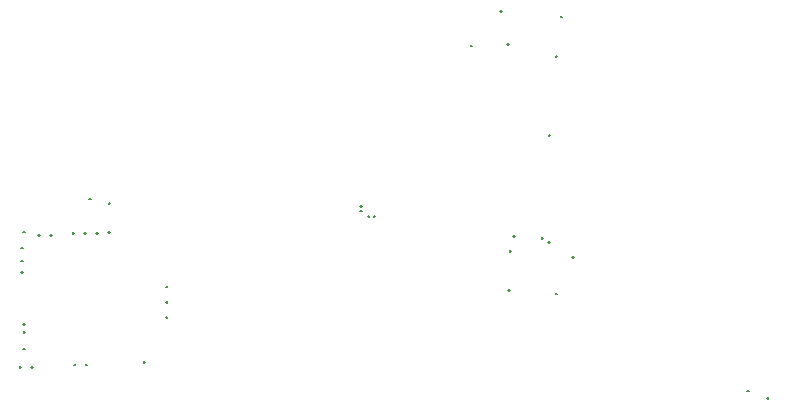
<source format=gbr>
%TF.GenerationSoftware,Altium Limited,Altium Designer,22.6.1 (34)*%
G04 Layer_Color=128*
%FSLAX45Y45*%
%MOMM*%
%TF.SameCoordinates,07F994AE-BB1C-4BEA-A643-928B9DFDCC76*%
%TF.FilePolarity,Positive*%
%TF.FileFunction,Drillmap*%
%TF.Part,Single*%
G01*
G75*
%TA.AperFunction,NonConductor*%
%ADD191C,0.12700*%
D191*
X4121250Y2424375D02*
X4133750D01*
X4127500Y2418125D02*
Y2430625D01*
X4072500Y2424375D02*
X4085000D01*
X4078750Y2418125D02*
Y2430625D01*
X4007500Y2473125D02*
X4020000D01*
X4013750Y2466875D02*
Y2479375D01*
X4007500Y2513750D02*
X4020000D01*
X4013750Y2507500D02*
Y2520000D01*
X5803750Y2080000D02*
X5816250D01*
X5810000Y2073750D02*
Y2086250D01*
X1153750Y1305000D02*
X1166250D01*
X1160000Y1298750D02*
Y1311250D01*
X1158750Y1445000D02*
X1171250D01*
X1165000Y1438750D02*
Y1451250D01*
X1223750Y1150000D02*
X1236250D01*
X1230000Y1143750D02*
Y1156250D01*
X1123750Y1150000D02*
X1136250D01*
X1130000Y1143750D02*
Y1156250D01*
X1878750Y2535000D02*
X1891250D01*
X1885000Y2528750D02*
Y2541250D01*
X1713750Y2575000D02*
X1726250D01*
X1720000Y2568750D02*
Y2581250D01*
X5663750Y1770000D02*
X5676250D01*
X5670000Y1763750D02*
Y1776250D01*
X5543750Y2240000D02*
X5556250D01*
X5550000Y2233750D02*
Y2246250D01*
X5601549Y2207799D02*
X5614049D01*
X5607799Y2201549D02*
Y2214049D01*
X7283750Y950000D02*
X7296250D01*
X7290000Y943750D02*
Y956250D01*
X7452364Y888613D02*
X7464863D01*
X7458613Y882363D02*
Y894863D01*
X5303750Y2260000D02*
X5316250D01*
X5310000Y2253750D02*
Y2266250D01*
X5273750Y2130000D02*
X5286250D01*
X5280000Y2123750D02*
Y2136250D01*
X5263750Y1800000D02*
X5276250D01*
X5270000Y1793750D02*
Y1806250D01*
X5704228Y4116250D02*
X5716728D01*
X5710478Y4110000D02*
Y4122500D01*
X5663750Y3780000D02*
X5676250D01*
X5670000Y3773750D02*
Y3786250D01*
X1153750Y1515000D02*
X1166250D01*
X1160000Y1508750D02*
Y1521250D01*
X1683750Y1170000D02*
X1696250D01*
X1690000Y1163750D02*
Y1176250D01*
X1583750Y1170000D02*
X1596250D01*
X1590000Y1163750D02*
Y1176250D01*
X1283750Y2265000D02*
X1296250D01*
X1290000Y2258750D02*
Y2271250D01*
X1383750Y2265000D02*
X1396250D01*
X1390000Y2258750D02*
Y2271250D01*
X1138750Y2160000D02*
X1151250D01*
X1145000Y2153750D02*
Y2166250D01*
X1138750Y2050000D02*
X1151250D01*
X1145000Y2043750D02*
Y2056250D01*
X1138750Y1950000D02*
X1151250D01*
X1145000Y1943750D02*
Y1956250D01*
X1153750Y2295000D02*
X1166250D01*
X1160000Y2288750D02*
Y2301250D01*
X5193750Y4160000D02*
X5206250D01*
X5200000Y4153750D02*
Y4166250D01*
X2363750Y1830000D02*
X2376250D01*
X2370000Y1823750D02*
Y1836250D01*
X2363750Y1700000D02*
X2376250D01*
X2370000Y1693750D02*
Y1706250D01*
X2363750Y1570000D02*
X2376250D01*
X2370000Y1563750D02*
Y1576250D01*
X4943750Y3870000D02*
X4956250D01*
X4950000Y3863750D02*
Y3876250D01*
X1873750Y2290000D02*
X1886250D01*
X1880000Y2283750D02*
Y2296250D01*
X2173750Y1190000D02*
X2186250D01*
X2180000Y1183750D02*
Y1196250D01*
X5603750Y3110000D02*
X5616250D01*
X5610000Y3103750D02*
Y3116250D01*
X5253750Y3880000D02*
X5266250D01*
X5260000Y3873750D02*
Y3886250D01*
X1773750Y2285000D02*
X1786249D01*
X1779999Y2278750D02*
Y2291250D01*
X1673750Y2285000D02*
X1686249D01*
X1679999Y2278750D02*
Y2291250D01*
X1573749Y2285000D02*
X1586249D01*
X1579999Y2278750D02*
Y2291250D01*
%TF.MD5,e5edfb2dfe4e64114caabaa9cb47af31*%
M02*

</source>
